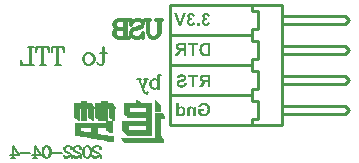
<source format=gbo>
G04*
G04 #@! TF.GenerationSoftware,Altium Limited,Altium Designer,22.3.1 (43)*
G04*
G04 Layer_Color=32896*
%FSTAX25Y25*%
%MOIN*%
G70*
G04*
G04 #@! TF.SameCoordinates,AA438D0C-BAC3-434F-BC1F-4FEAB2FC06D2*
G04*
G04*
G04 #@! TF.FilePolarity,Positive*
G04*
G01*
G75*
%ADD10C,0.01000*%
%ADD16C,0.00787*%
%ADD50C,0.01181*%
%ADD59C,0.00200*%
G36*
X0089489Y002082D02*
X0089594Y0020816D01*
X0089698Y0020803D01*
X0089795Y0020791D01*
X0089882Y0020774D01*
X008997Y0020757D01*
X0090045Y0020737D01*
X0090116Y0020716D01*
X0090179Y0020695D01*
X0090238Y0020674D01*
X0090288Y0020657D01*
X0090325Y002064D01*
X0090359Y0020628D01*
X009038Y0020615D01*
X0090396Y0020611D01*
X0090401Y0020607D01*
X0090497Y0020553D01*
X0090589Y0020494D01*
X0090676Y0020431D01*
X0090756Y0020365D01*
X0090831Y0020298D01*
X0090898Y0020235D01*
X0090957Y0020168D01*
X0091011Y0020105D01*
X0091061Y0020043D01*
X0091103Y0019988D01*
X0091136Y0019938D01*
X0091166Y0019896D01*
X0091191Y0019859D01*
X0091207Y0019834D01*
X0091216Y0019813D01*
X009122Y0019809D01*
X009127Y0019708D01*
X0091312Y0019608D01*
X009135Y0019508D01*
X0091383Y0019403D01*
X0091408Y0019303D01*
X0091433Y0019207D01*
X009145Y001911D01*
X0091466Y0019023D01*
X0091475Y0018935D01*
X0091483Y001886D01*
X0091492Y0018793D01*
X0091496Y0018734D01*
X00915Y0018688D01*
Y0018651D01*
Y001863D01*
Y0018621D01*
X0091496Y0018509D01*
X0091487Y0018396D01*
X0091475Y0018287D01*
X0091462Y0018183D01*
X0091442Y0018082D01*
X0091421Y0017986D01*
X00914Y0017898D01*
X0091375Y0017819D01*
X009135Y0017744D01*
X0091329Y0017677D01*
X0091308Y0017618D01*
X0091287Y0017568D01*
X0091274Y001753D01*
X0091262Y0017501D01*
X0091253Y001748D01*
X0091249Y0017476D01*
X0091199Y001738D01*
X0091145Y0017292D01*
X0091086Y0017209D01*
X0091028Y0017129D01*
X0090965Y0017058D01*
X0090902Y0016991D01*
X0090839Y0016933D01*
X0090781Y0016878D01*
X0090723Y0016832D01*
X0090672Y0016791D01*
X0090622Y0016753D01*
X009058Y0016724D01*
X0090547Y0016703D01*
X0090522Y0016686D01*
X0090505Y0016678D01*
X0090501Y0016674D01*
X0090405Y0016623D01*
X0090304Y0016582D01*
X0090208Y0016544D01*
X0090108Y0016511D01*
X0090008Y0016486D01*
X0089912Y001646D01*
X0089815Y0016444D01*
X0089728Y0016427D01*
X0089644Y0016419D01*
X0089569Y001641D01*
X0089502Y0016402D01*
X0089443Y0016398D01*
X0089398Y0016394D01*
X0089331D01*
X008923Y0016398D01*
X0089134Y0016402D01*
X0088942Y0016423D01*
X0088854Y001644D01*
X0088766Y0016456D01*
X0088687Y0016473D01*
X0088607Y0016494D01*
X0088541Y0016511D01*
X0088478Y0016527D01*
X0088419Y0016544D01*
X0088373Y0016561D01*
X0088336Y0016573D01*
X0088311Y0016582D01*
X008829Y001659D01*
X0088286D01*
X0088189Y0016628D01*
X0088102Y0016669D01*
X0088018Y0016707D01*
X0087943Y0016749D01*
X0087872Y0016786D01*
X0087809Y0016824D01*
X0087751Y0016862D01*
X0087696Y0016899D01*
X008765Y0016929D01*
X0087608Y0016962D01*
X0087575Y0016987D01*
X0087546Y0017008D01*
X0087525Y0017029D01*
X0087508Y0017041D01*
X00875Y001705D01*
X0087496Y0017054D01*
Y0018764D01*
X008936D01*
Y001804D01*
X0088369D01*
Y0017497D01*
X0088444Y0017443D01*
X0088524Y0017392D01*
X0088603Y0017346D01*
X0088678Y0017309D01*
X0088745Y001728D01*
X0088771Y0017267D01*
X0088796Y0017259D01*
X0088816Y001725D01*
X0088829Y0017242D01*
X0088837Y0017238D01*
X0088841D01*
X0088942Y0017204D01*
X0089042Y0017179D01*
X0089134Y0017158D01*
X0089214Y0017146D01*
X0089285Y0017138D01*
X0089314D01*
X0089339Y0017133D01*
X0089385D01*
X0089485Y0017138D01*
X0089581Y001715D01*
X0089669Y0017167D01*
X0089753Y0017192D01*
X0089832Y0017221D01*
X0089907Y0017255D01*
X0089974Y0017288D01*
X0090033Y0017326D01*
X0090087Y0017359D01*
X0090133Y0017392D01*
X0090175Y0017426D01*
X0090208Y0017455D01*
X0090238Y001748D01*
X0090254Y0017497D01*
X0090267Y001751D01*
X0090271Y0017514D01*
X009033Y0017589D01*
X0090384Y0017673D01*
X009043Y001776D01*
X0090468Y0017852D01*
X0090501Y0017948D01*
X0090526Y001804D01*
X0090551Y0018137D01*
X0090568Y0018228D01*
X009058Y0018312D01*
X0090593Y0018396D01*
X0090597Y0018467D01*
X0090605Y001853D01*
Y0018584D01*
X009061Y0018621D01*
Y0018646D01*
Y0018655D01*
X0090605Y0018785D01*
X0090597Y0018906D01*
X009058Y0019018D01*
X009056Y0019123D01*
X0090534Y0019219D01*
X0090505Y0019307D01*
X0090476Y0019386D01*
X0090442Y0019457D01*
X0090413Y001952D01*
X0090384Y0019575D01*
X0090355Y0019621D01*
X009033Y0019658D01*
X0090309Y0019687D01*
X0090292Y0019708D01*
X0090284Y0019721D01*
X0090279Y0019725D01*
X0090213Y0019788D01*
X0090146Y0019842D01*
X009007Y0019892D01*
X0089995Y0019934D01*
X008992Y0019967D01*
X0089845Y0019997D01*
X0089774Y0020022D01*
X0089703Y0020039D01*
X0089636Y0020055D01*
X0089573Y0020064D01*
X0089519Y0020072D01*
X0089468Y002008D01*
X0089431D01*
X0089402Y0020085D01*
X008931D01*
X0089243Y0020076D01*
X0089122Y0020055D01*
X0089017Y0020026D01*
X0088967Y0020009D01*
X0088925Y0019993D01*
X0088888Y0019976D01*
X0088854Y0019959D01*
X0088825Y0019942D01*
X00888Y001993D01*
X0088779Y0019917D01*
X0088766Y0019909D01*
X0088758Y0019905D01*
X0088754Y00199D01*
X0088666Y0019825D01*
X0088595Y0019746D01*
X0088536Y0019662D01*
X0088486Y0019583D01*
X0088453Y0019512D01*
X008844Y0019482D01*
X0088428Y0019453D01*
X0088419Y0019432D01*
X0088415Y0019416D01*
X0088411Y0019407D01*
Y0019403D01*
X008755Y0019562D01*
X0087579Y0019671D01*
X0087613Y0019771D01*
X008765Y0019867D01*
X0087696Y0019955D01*
X0087742Y0020039D01*
X0087792Y0020114D01*
X0087838Y0020181D01*
X0087888Y0020243D01*
X0087934Y0020302D01*
X008798Y0020348D01*
X0088022Y002039D01*
X008806Y0020423D01*
X0088089Y0020452D01*
X008811Y0020469D01*
X0088127Y0020482D01*
X0088131Y0020486D01*
X0088219Y0020544D01*
X0088311Y0020599D01*
X0088411Y0020645D01*
X0088516Y0020682D01*
X0088616Y0020716D01*
X008872Y0020741D01*
X0088825Y0020766D01*
X0088921Y0020783D01*
X0089013Y0020795D01*
X0089101Y0020808D01*
X0089176Y0020816D01*
X0089243Y002082D01*
X0089301D01*
X0089343Y0020824D01*
X0089376D01*
X0089489Y002082D01*
D02*
G37*
G36*
X0085034Y0019633D02*
X0085142Y0019616D01*
X0085247Y0019587D01*
X0085343Y0019554D01*
X0085431Y0019516D01*
X0085518Y001947D01*
X0085594Y0019424D01*
X0085665Y0019374D01*
X0085727Y0019324D01*
X0085782Y0019278D01*
X0085832Y0019232D01*
X0085869Y0019194D01*
X0085903Y0019161D01*
X0085928Y0019131D01*
X0085941Y0019115D01*
X0085945Y001911D01*
Y001957D01*
X008671D01*
Y0016465D01*
X008589D01*
Y0017869D01*
Y0017961D01*
X0085886Y0018049D01*
Y0018128D01*
X0085882Y0018199D01*
X0085874Y0018262D01*
X0085869Y001832D01*
X0085865Y0018375D01*
X0085857Y0018421D01*
X0085853Y0018458D01*
X0085849Y0018492D01*
X008584Y0018521D01*
X0085836Y0018542D01*
X0085832Y0018559D01*
Y0018571D01*
X0085828Y0018575D01*
Y001858D01*
X0085799Y0018651D01*
X0085765Y0018713D01*
X0085727Y0018764D01*
X0085686Y001881D01*
X0085652Y0018847D01*
X0085623Y0018872D01*
X0085602Y0018889D01*
X0085594Y0018893D01*
X0085527Y0018931D01*
X008546Y001896D01*
X0085397Y0018981D01*
X0085339Y0018998D01*
X0085284Y0019006D01*
X0085247Y001901D01*
X0085209D01*
X0085151Y0019006D01*
X0085092Y0018998D01*
X0085046Y0018985D01*
X0085004Y0018968D01*
X0084971Y0018952D01*
X0084946Y0018939D01*
X0084929Y0018931D01*
X0084925Y0018927D01*
X0084883Y0018893D01*
X0084845Y0018856D01*
X0084816Y0018818D01*
X0084791Y001878D01*
X0084774Y0018747D01*
X0084758Y0018722D01*
X0084754Y0018705D01*
X0084749Y0018697D01*
X0084741Y0018667D01*
X0084733Y0018626D01*
X0084724Y0018584D01*
X0084716Y0018534D01*
X0084707Y0018425D01*
X0084703Y0018316D01*
X0084699Y0018262D01*
Y0018212D01*
X0084695Y0018166D01*
Y0018124D01*
Y0018091D01*
Y0018066D01*
Y0018049D01*
Y0018045D01*
Y0016465D01*
X0083876D01*
Y0018392D01*
Y0018517D01*
X0083884Y001863D01*
X0083888Y0018726D01*
X0083892Y0018764D01*
X0083897Y0018801D01*
X0083901Y0018835D01*
X0083905Y0018864D01*
X0083909Y0018889D01*
X0083913Y001891D01*
X0083917Y0018922D01*
Y0018935D01*
X0083922Y0018939D01*
Y0018943D01*
X0083943Y0019014D01*
X0083968Y0019077D01*
X0083993Y0019136D01*
X0084022Y0019186D01*
X0084047Y0019228D01*
X0084064Y0019261D01*
X008408Y0019278D01*
X0084085Y0019286D01*
X0084135Y001934D01*
X0084189Y0019391D01*
X0084244Y0019432D01*
X0084298Y001947D01*
X0084348Y0019499D01*
X008439Y001952D01*
X0084407Y0019529D01*
X0084419Y0019533D01*
X0084423Y0019537D01*
X0084427D01*
X0084511Y001957D01*
X0084599Y0019595D01*
X0084682Y0019612D01*
X0084758Y0019625D01*
X0084825Y0019633D01*
X008485D01*
X0084875Y0019637D01*
X0084921D01*
X0085034Y0019633D01*
D02*
G37*
G36*
X0081016Y0019203D02*
X0081088Y0019278D01*
X0081163Y0019345D01*
X0081242Y0019403D01*
X0081318Y0019453D01*
X0081393Y0019495D01*
X0081468Y0019533D01*
X0081543Y0019562D01*
X008161Y0019583D01*
X0081677Y00196D01*
X0081735Y0019616D01*
X0081786Y0019625D01*
X0081832Y0019629D01*
X0081869Y0019633D01*
X0081894Y0019637D01*
X0081919D01*
X0082024Y0019633D01*
X0082124Y0019621D01*
X0082216Y00196D01*
X0082304Y0019575D01*
X0082388Y0019541D01*
X0082467Y0019508D01*
X0082538Y001947D01*
X0082601Y0019432D01*
X0082659Y0019391D01*
X0082714Y0019353D01*
X0082755Y001932D01*
X0082793Y001929D01*
X0082822Y0019261D01*
X0082843Y001924D01*
X0082856Y0019228D01*
X008286Y0019223D01*
X0082923Y0019144D01*
X0082981Y0019056D01*
X0083031Y001896D01*
X0083073Y0018864D01*
X0083107Y0018764D01*
X0083136Y0018663D01*
X0083161Y0018567D01*
X0083182Y0018471D01*
X0083198Y0018379D01*
X0083207Y0018295D01*
X0083215Y001822D01*
X0083224Y0018153D01*
Y0018099D01*
X0083228Y0018057D01*
Y0018045D01*
Y0018032D01*
Y0018028D01*
Y0018024D01*
X0083224Y0017882D01*
X0083211Y0017752D01*
X0083194Y0017627D01*
X0083169Y0017514D01*
X008314Y0017405D01*
X0083107Y0017305D01*
X0083073Y0017217D01*
X0083035Y0017138D01*
X0083002Y0017062D01*
X0082969Y0017D01*
X0082935Y0016949D01*
X0082906Y0016904D01*
X0082881Y001687D01*
X0082864Y0016845D01*
X0082852Y0016828D01*
X0082847Y0016824D01*
X0082776Y0016749D01*
X0082697Y0016682D01*
X0082622Y0016623D01*
X0082542Y0016573D01*
X0082467Y0016536D01*
X0082392Y0016498D01*
X0082316Y0016469D01*
X0082245Y0016448D01*
X0082183Y0016431D01*
X008212Y0016414D01*
X0082066Y0016406D01*
X008202Y0016402D01*
X0081982Y0016398D01*
X0081957Y0016394D01*
X0081932D01*
X0081836Y0016398D01*
X008174Y0016414D01*
X0081652Y0016435D01*
X0081577Y001646D01*
X008151Y0016481D01*
X008148Y0016494D01*
X008146Y0016502D01*
X0081439Y0016511D01*
X0081426Y0016519D01*
X0081418Y0016523D01*
X0081414D01*
X0081322Y0016577D01*
X0081234Y001664D01*
X0081159Y0016707D01*
X0081092Y001677D01*
X0081037Y0016828D01*
X0080996Y0016878D01*
X0080983Y0016895D01*
X0080971Y0016908D01*
X0080966Y0016916D01*
X0080962Y001692D01*
Y0016465D01*
X0080197D01*
Y0020749D01*
X0081016D01*
Y0019203D01*
D02*
G37*
G36*
X00915Y0025965D02*
X0090635D01*
Y0027754D01*
X0090359D01*
X0090267Y0027745D01*
X0090192Y0027737D01*
X0090129Y0027729D01*
X0090083Y002772D01*
X0090049Y0027712D01*
X0090033Y0027708D01*
X0090025Y0027703D01*
X0089974Y0027683D01*
X0089924Y0027653D01*
X0089882Y0027624D01*
X0089845Y0027595D01*
X0089811Y0027566D01*
X0089786Y0027545D01*
X008977Y0027528D01*
X0089765Y0027524D01*
X008974Y0027494D01*
X0089711Y0027461D01*
X0089678Y0027419D01*
X0089644Y0027373D01*
X0089569Y0027269D01*
X0089494Y002716D01*
X0089423Y002706D01*
X0089389Y0027018D01*
X0089364Y0026976D01*
X0089343Y0026943D01*
X0089322Y0026918D01*
X0089314Y0026901D01*
X008931Y0026897D01*
X0088687Y0025965D01*
X008765D01*
X0088177Y0026801D01*
X0088231Y0026893D01*
X0088286Y0026972D01*
X0088336Y0027051D01*
X0088386Y0027118D01*
X0088428Y0027181D01*
X0088469Y002724D01*
X0088507Y002729D01*
X0088541Y0027336D01*
X008857Y0027373D01*
X0088595Y0027407D01*
X008862Y0027432D01*
X0088637Y0027457D01*
X0088649Y0027474D01*
X0088662Y0027486D01*
X0088666Y002749D01*
X008867Y0027494D01*
X0088741Y0027566D01*
X0088816Y0027632D01*
X0088896Y0027695D01*
X0088967Y0027749D01*
X0089034Y0027791D01*
X0089059Y0027812D01*
X0089084Y0027825D01*
X0089105Y0027837D01*
X0089117Y0027846D01*
X0089126Y0027854D01*
X008913D01*
X0089025Y0027871D01*
X0088929Y0027896D01*
X0088841Y0027921D01*
X0088758Y002795D01*
X0088683Y0027983D01*
X0088612Y0028017D01*
X0088549Y002805D01*
X0088495Y0028084D01*
X0088444Y0028117D01*
X0088403Y0028146D01*
X0088365Y0028176D01*
X0088336Y0028201D01*
X0088311Y0028222D01*
X0088294Y0028238D01*
X0088286Y0028247D01*
X0088281Y0028251D01*
X0088231Y0028314D01*
X0088189Y0028376D01*
X0088148Y0028439D01*
X0088118Y0028506D01*
X0088089Y0028573D01*
X0088068Y002864D01*
X0088031Y0028765D01*
X0088022Y0028824D01*
X0088014Y0028878D01*
X0088006Y0028924D01*
X0088001Y0028966D01*
X0087997Y0028999D01*
Y0029024D01*
Y0029041D01*
Y0029045D01*
Y0029116D01*
X0088006Y0029183D01*
X0088026Y0029313D01*
X0088056Y0029426D01*
X0088072Y0029476D01*
X0088089Y0029526D01*
X008811Y0029568D01*
X0088127Y0029605D01*
X0088143Y0029639D01*
X0088156Y0029668D01*
X0088169Y0029689D01*
X0088177Y0029706D01*
X0088181Y0029714D01*
X0088185Y0029718D01*
X0088223Y0029773D01*
X0088261Y0029823D01*
X0088344Y0029906D01*
X0088428Y0029981D01*
X0088507Y0030036D01*
X0088578Y0030078D01*
X0088607Y0030094D01*
X0088637Y0030111D01*
X0088658Y0030119D01*
X0088674Y0030128D01*
X0088683Y0030132D01*
X0088687D01*
X0088749Y0030153D01*
X0088816Y003017D01*
X0088892Y0030186D01*
X0088971Y0030199D01*
X0089138Y003022D01*
X0089301Y0030237D01*
X0089376Y0030241D01*
X0089448Y0030245D01*
X0089514D01*
X0089569Y0030249D01*
X00915D01*
Y0025965D01*
D02*
G37*
G36*
X0087483Y0029526D02*
X0086212D01*
Y0025965D01*
X0085347D01*
Y0029526D01*
X008408D01*
Y0030249D01*
X0087483D01*
Y0029526D01*
D02*
G37*
G36*
X0082204Y0030316D02*
X0082287Y0030312D01*
X0082367Y0030299D01*
X0082442Y0030291D01*
X0082509Y0030278D01*
X0082576Y0030262D01*
X0082634Y0030249D01*
X0082688Y0030237D01*
X0082735Y003022D01*
X0082776Y0030207D01*
X008281Y0030199D01*
X0082835Y0030186D01*
X0082856Y0030182D01*
X0082868Y0030174D01*
X0082872D01*
X0082994Y0030111D01*
X0083102Y0030044D01*
X0083194Y0029969D01*
X008327Y0029902D01*
X0083328Y0029835D01*
X0083349Y002981D01*
X008337Y0029785D01*
X0083382Y0029768D01*
X0083395Y0029752D01*
X0083399Y0029743D01*
X0083403Y0029739D01*
X0083437Y0029685D01*
X0083462Y002963D01*
X0083508Y0029522D01*
X0083541Y0029421D01*
X0083562Y0029325D01*
X008357Y0029283D01*
X0083579Y0029246D01*
X0083583Y0029208D01*
Y0029179D01*
X0083587Y0029158D01*
Y0029141D01*
Y0029129D01*
Y0029125D01*
X0083583Y0029033D01*
X008357Y0028941D01*
X008355Y0028857D01*
X0083525Y0028773D01*
X0083495Y0028698D01*
X0083462Y0028627D01*
X0083428Y0028565D01*
X0083391Y0028502D01*
X0083353Y0028447D01*
X008332Y0028401D01*
X0083286Y002836D01*
X0083257Y0028326D01*
X0083232Y0028301D01*
X0083211Y002828D01*
X0083198Y0028268D01*
X0083194Y0028264D01*
X0083136Y0028218D01*
X0083073Y0028172D01*
X0083002Y002813D01*
X0082923Y0028088D01*
X0082764Y0028017D01*
X0082601Y0027954D01*
X0082525Y0027929D01*
X0082455Y0027904D01*
X0082392Y0027883D01*
X0082333Y0027867D01*
X0082287Y0027854D01*
X008225Y0027846D01*
X0082229Y0027841D01*
X008222Y0027837D01*
X0082124Y0027812D01*
X0082037Y0027791D01*
X0081957Y002777D01*
X0081886Y0027749D01*
X0081819Y0027733D01*
X0081765Y0027716D01*
X0081715Y0027703D01*
X0081673Y0027691D01*
X0081635Y0027683D01*
X0081602Y0027674D01*
X0081577Y0027666D01*
X008156Y0027657D01*
X0081543Y0027653D01*
X0081535D01*
X0081526Y0027649D01*
X0081451Y002762D01*
X0081384Y0027586D01*
X008133Y0027553D01*
X0081288Y0027524D01*
X0081255Y0027499D01*
X0081234Y0027478D01*
X0081221Y0027465D01*
X0081217Y0027461D01*
X0081188Y0027419D01*
X0081163Y0027377D01*
X0081146Y0027336D01*
X0081138Y0027294D01*
X0081129Y002726D01*
X0081125Y0027231D01*
Y0027214D01*
Y0027206D01*
X0081129Y0027164D01*
X0081134Y0027118D01*
X0081159Y0027043D01*
X0081192Y0026972D01*
X008123Y0026909D01*
X0081271Y0026859D01*
X0081305Y0026822D01*
X008133Y0026801D01*
X0081334Y0026796D01*
X0081338Y0026792D01*
X008138Y0026763D01*
X0081426Y0026734D01*
X0081526Y0026692D01*
X0081631Y0026658D01*
X0081735Y0026638D01*
X0081782Y0026633D01*
X0081827Y0026625D01*
X0081865Y0026621D01*
X0081903D01*
X0081928Y0026617D01*
X008197D01*
X0082041Y0026621D01*
X0082108Y0026625D01*
X0082233Y0026646D01*
X0082287Y0026663D01*
X0082342Y0026679D01*
X0082388Y0026696D01*
X0082429Y0026717D01*
X0082467Y0026734D01*
X00825Y002675D01*
X008253Y0026767D01*
X0082555Y0026784D01*
X0082572Y0026796D01*
X0082584Y0026805D01*
X0082592Y0026813D01*
X0082597D01*
X0082638Y0026851D01*
X0082676Y0026897D01*
X0082743Y0026993D01*
X0082793Y0027097D01*
X0082835Y0027198D01*
X0082852Y0027248D01*
X0082864Y002729D01*
X0082877Y0027331D01*
X0082885Y0027365D01*
X0082893Y0027394D01*
X0082898Y0027419D01*
X0082902Y0027432D01*
Y0027436D01*
X0083742Y0027352D01*
X0083721Y0027223D01*
X0083696Y0027097D01*
X0083662Y0026985D01*
X0083625Y002688D01*
X0083583Y002678D01*
X0083541Y0026692D01*
X0083495Y0026608D01*
X0083449Y0026537D01*
X0083407Y002647D01*
X0083366Y0026416D01*
X0083328Y0026366D01*
X0083295Y0026328D01*
X0083265Y0026295D01*
X008324Y0026274D01*
X0083228Y0026261D01*
X0083224Y0026257D01*
X0083136Y002619D01*
X0083044Y0026136D01*
X0082948Y0026086D01*
X0082847Y0026044D01*
X0082743Y0026006D01*
X0082638Y0025977D01*
X0082538Y0025952D01*
X0082438Y0025931D01*
X0082346Y0025914D01*
X0082258Y0025906D01*
X0082179Y0025898D01*
X0082112Y0025889D01*
X0082057D01*
X0082016Y0025885D01*
X0081874D01*
X0081777Y0025894D01*
X0081685Y0025898D01*
X0081598Y002591D01*
X0081514Y0025923D01*
X0081439Y0025935D01*
X0081368Y0025948D01*
X0081301Y0025965D01*
X0081242Y0025977D01*
X0081192Y002599D01*
X008115Y0026002D01*
X0081113Y0026015D01*
X0081083Y0026027D01*
X0081063Y0026032D01*
X008105Y002604D01*
X0081046D01*
X0080912Y0026107D01*
X0080853Y002614D01*
X0080795Y0026178D01*
X0080745Y0026219D01*
X0080695Y0026257D01*
X0080653Y0026299D01*
X0080615Y0026337D01*
X0080578Y0026374D01*
X0080548Y0026408D01*
X0080523Y0026437D01*
X0080502Y0026462D01*
X0080486Y0026487D01*
X0080473Y0026504D01*
X0080469Y0026512D01*
X0080465Y0026516D01*
X0080427Y0026579D01*
X0080398Y0026642D01*
X0080369Y00267D01*
X0080348Y0026763D01*
X008031Y002688D01*
X0080285Y0026985D01*
X0080277Y0027035D01*
X0080273Y0027076D01*
X0080264Y0027114D01*
Y0027147D01*
X008026Y0027173D01*
Y0027193D01*
Y0027206D01*
Y002721D01*
X0080268Y0027356D01*
X0080285Y0027486D01*
X0080298Y0027549D01*
X0080314Y0027603D01*
X0080331Y0027657D01*
X0080344Y0027703D01*
X008036Y0027745D01*
X0080377Y0027783D01*
X0080389Y0027816D01*
X0080406Y0027841D01*
X0080415Y0027862D01*
X0080423Y0027879D01*
X0080431Y0027887D01*
Y0027892D01*
X0080502Y0027992D01*
X0080578Y002808D01*
X0080657Y0028155D01*
X0080732Y0028218D01*
X0080803Y0028264D01*
X0080833Y0028284D01*
X0080858Y0028301D01*
X0080879Y0028314D01*
X0080895Y0028322D01*
X0080904Y002833D01*
X0080908D01*
X0080966Y002836D01*
X0081033Y0028389D01*
X0081104Y0028418D01*
X008118Y0028447D01*
X0081334Y0028498D01*
X0081485Y0028544D01*
X008156Y0028565D01*
X0081623Y0028585D01*
X0081685Y0028602D01*
X0081735Y0028615D01*
X0081782Y0028623D01*
X0081811Y0028631D01*
X0081832Y002864D01*
X008184D01*
X0081953Y0028669D01*
X0082053Y0028694D01*
X0082149Y0028723D01*
X0082229Y0028749D01*
X0082304Y0028773D01*
X0082367Y0028799D01*
X0082425Y002882D01*
X0082475Y002884D01*
X0082513Y0028861D01*
X0082551Y0028878D01*
X0082576Y0028891D01*
X0082601Y0028903D01*
X0082613Y0028916D01*
X0082626Y0028924D01*
X008263Y0028928D01*
X0082634D01*
X0082676Y002897D01*
X0082705Y0029012D01*
X008273Y0029058D01*
X0082743Y0029095D01*
X0082751Y0029133D01*
X0082755Y0029162D01*
X008276Y0029179D01*
Y0029187D01*
X0082755Y0029246D01*
X0082739Y00293D01*
X0082718Y0029346D01*
X0082693Y0029384D01*
X0082668Y0029413D01*
X0082647Y0029434D01*
X008263Y0029447D01*
X0082626Y0029451D01*
X0082538Y0029505D01*
X0082442Y0029543D01*
X0082346Y0029572D01*
X008225Y0029589D01*
X0082162Y0029601D01*
X0082128Y0029605D01*
X0082095D01*
X008207Y002961D01*
X0081965D01*
X0081903Y0029605D01*
X0081848Y0029597D01*
X0081794Y0029589D01*
X0081744Y0029576D01*
X0081702Y0029564D01*
X008166Y0029551D01*
X0081623Y0029539D01*
X0081593Y0029522D01*
X0081564Y0029509D01*
X0081543Y0029497D01*
X0081522Y0029488D01*
X008151Y0029476D01*
X0081497Y0029472D01*
X0081489Y0029463D01*
X0081455Y0029434D01*
X0081426Y0029401D01*
X0081372Y0029329D01*
X008133Y002925D01*
X0081297Y0029171D01*
X0081276Y0029104D01*
X0081267Y002907D01*
X0081259Y0029045D01*
X0081255Y002902D01*
X0081251Y0029003D01*
X0081247Y0028995D01*
Y0028991D01*
X0080381Y0029028D01*
X0080389Y0029137D01*
X0080406Y0029237D01*
X0080427Y0029334D01*
X0080456Y0029426D01*
X008049Y0029509D01*
X0080528Y0029584D01*
X0080565Y0029656D01*
X0080603Y0029718D01*
X0080645Y0029777D01*
X0080682Y0029827D01*
X0080716Y0029869D01*
X0080749Y0029906D01*
X0080774Y0029931D01*
X0080795Y0029952D01*
X0080808Y0029965D01*
X0080812Y0029969D01*
X0080891Y0030032D01*
X0080979Y0030086D01*
X0081075Y0030132D01*
X0081171Y0030174D01*
X0081271Y0030207D01*
X0081372Y0030237D01*
X0081472Y0030262D01*
X0081568Y0030278D01*
X008166Y0030295D01*
X0081748Y0030308D01*
X0081823Y0030312D01*
X008189Y003032D01*
X0081949D01*
X0081986Y0030324D01*
X0082024D01*
X0082204Y0030316D01*
D02*
G37*
G36*
X00915Y0036465D02*
X0089786D01*
X0089703Y0036469D01*
X0089623Y0036473D01*
X0089552Y0036477D01*
X0089481Y0036485D01*
X0089418Y0036494D01*
X008936Y0036502D01*
X008931Y0036511D01*
X0089264Y0036515D01*
X0089222Y0036523D01*
X0089184Y0036531D01*
X0089159Y003654D01*
X0089134Y0036544D01*
X0089117Y0036548D01*
X0089109Y0036552D01*
X0089105D01*
X0088971Y0036603D01*
X008885Y0036661D01*
X0088796Y0036686D01*
X0088745Y0036715D01*
X0088699Y0036745D01*
X0088658Y003677D01*
X0088624Y0036795D01*
X0088591Y003682D01*
X0088561Y0036841D01*
X0088541Y0036858D01*
X0088524Y0036874D01*
X0088507Y0036887D01*
X0088503Y0036891D01*
X0088499Y0036895D01*
X0088444Y003695D01*
X0088394Y0037012D01*
X0088298Y0037133D01*
X0088223Y0037263D01*
X0088156Y003738D01*
X0088127Y0037438D01*
X0088106Y0037489D01*
X0088085Y0037535D01*
X0088068Y0037572D01*
X0088056Y0037606D01*
X0088047Y0037631D01*
X0088039Y0037648D01*
Y0037652D01*
X0087993Y0037802D01*
X0087959Y0037957D01*
X0087939Y0038107D01*
X008793Y0038183D01*
X0087922Y0038254D01*
X0087918Y0038316D01*
X0087914Y0038375D01*
X0087909Y0038429D01*
X0087905Y0038475D01*
Y0038513D01*
Y0038538D01*
Y0038559D01*
Y0038563D01*
Y0038672D01*
X0087909Y003878D01*
X0087918Y0038881D01*
X0087926Y0038977D01*
X0087939Y0039064D01*
X0087951Y0039148D01*
X0087964Y0039223D01*
X0087976Y0039294D01*
X0087989Y0039357D01*
X0088001Y0039412D01*
X0088014Y0039462D01*
X0088026Y0039499D01*
X0088035Y0039533D01*
X0088043Y0039558D01*
X0088047Y003957D01*
Y0039575D01*
X0088106Y0039725D01*
X0088173Y0039859D01*
X0088206Y0039917D01*
X008824Y0039976D01*
X0088273Y004003D01*
X0088306Y0040076D01*
X0088336Y0040118D01*
X0088365Y004016D01*
X008839Y0040189D01*
X0088411Y0040218D01*
X0088432Y0040239D01*
X0088444Y0040256D01*
X0088453Y0040264D01*
X0088457Y0040268D01*
X0088561Y0040369D01*
X008867Y0040452D01*
X0088779Y0040519D01*
X0088879Y0040573D01*
X0088929Y0040594D01*
X0088971Y0040615D01*
X0089009Y0040632D01*
X0089042Y0040645D01*
X0089067Y0040653D01*
X0089088Y0040661D01*
X0089101Y0040666D01*
X0089105D01*
X0089159Y0040682D01*
X0089222Y0040695D01*
X0089351Y0040716D01*
X0089485Y0040728D01*
X0089619Y0040741D01*
X0089678D01*
X0089736Y0040745D01*
X0089786D01*
X0089832Y0040749D01*
X00915D01*
Y0036465D01*
D02*
G37*
G36*
X0087475Y0040026D02*
X0086204D01*
Y0036465D01*
X0085339D01*
Y0040026D01*
X0084072D01*
Y0040749D01*
X0087475D01*
Y0040026D01*
D02*
G37*
G36*
X0083512Y0036465D02*
X0082647D01*
Y0038254D01*
X0082371D01*
X0082279Y0038245D01*
X0082204Y0038237D01*
X0082141Y0038228D01*
X0082095Y003822D01*
X0082061Y0038212D01*
X0082045Y0038208D01*
X0082037Y0038203D01*
X0081986Y0038183D01*
X0081936Y0038153D01*
X0081894Y0038124D01*
X0081857Y0038095D01*
X0081823Y0038065D01*
X0081798Y0038045D01*
X0081782Y0038028D01*
X0081777Y0038024D01*
X0081752Y0037995D01*
X0081723Y0037961D01*
X008169Y0037919D01*
X0081656Y0037873D01*
X0081581Y0037769D01*
X0081506Y003766D01*
X0081435Y003756D01*
X0081401Y0037518D01*
X0081376Y0037476D01*
X0081355Y0037443D01*
X0081334Y0037418D01*
X0081326Y0037401D01*
X0081322Y0037397D01*
X0080699Y0036465D01*
X0079662D01*
X0080189Y0037301D01*
X0080243Y0037393D01*
X0080298Y0037472D01*
X0080348Y0037551D01*
X0080398Y0037618D01*
X008044Y0037681D01*
X0080481Y003774D01*
X0080519Y003779D01*
X0080553Y0037836D01*
X0080582Y0037873D01*
X0080607Y0037907D01*
X0080632Y0037932D01*
X0080649Y0037957D01*
X0080661Y0037974D01*
X0080674Y0037986D01*
X0080678Y003799D01*
X0080682Y0037995D01*
X0080753Y0038065D01*
X0080828Y0038132D01*
X0080908Y0038195D01*
X0080979Y0038249D01*
X0081046Y0038291D01*
X0081071Y0038312D01*
X0081096Y0038325D01*
X0081117Y0038337D01*
X0081129Y0038346D01*
X0081138Y0038354D01*
X0081142D01*
X0081037Y0038371D01*
X0080941Y0038396D01*
X0080853Y0038421D01*
X008077Y003845D01*
X0080695Y0038484D01*
X0080624Y0038517D01*
X0080561Y003855D01*
X0080507Y0038584D01*
X0080456Y0038617D01*
X0080415Y0038647D01*
X0080377Y0038676D01*
X0080348Y0038701D01*
X0080323Y0038722D01*
X0080306Y0038739D01*
X0080298Y0038747D01*
X0080293Y0038751D01*
X0080243Y0038814D01*
X0080201Y0038876D01*
X008016Y0038939D01*
X008013Y0039006D01*
X0080101Y0039073D01*
X008008Y003914D01*
X0080043Y0039265D01*
X0080034Y0039324D01*
X0080026Y0039378D01*
X0080018Y0039424D01*
X0080013Y0039466D01*
X0080009Y0039499D01*
Y0039524D01*
Y0039541D01*
Y0039545D01*
Y0039616D01*
X0080018Y0039683D01*
X0080038Y0039813D01*
X0080068Y0039926D01*
X0080084Y0039976D01*
X0080101Y0040026D01*
X0080122Y0040068D01*
X0080139Y0040105D01*
X0080155Y0040139D01*
X0080168Y0040168D01*
X0080181Y0040189D01*
X0080189Y0040206D01*
X0080193Y0040214D01*
X0080197Y0040218D01*
X0080235Y0040273D01*
X0080273Y0040323D01*
X0080356Y0040406D01*
X008044Y0040481D01*
X0080519Y0040536D01*
X008059Y0040578D01*
X0080619Y0040594D01*
X0080649Y0040611D01*
X008067Y004062D01*
X0080686Y0040628D01*
X0080695Y0040632D01*
X0080699D01*
X0080762Y0040653D01*
X0080828Y004067D01*
X0080904Y0040686D01*
X0080983Y0040699D01*
X008115Y004072D01*
X0081313Y0040736D01*
X0081389Y0040741D01*
X008146Y0040745D01*
X0081526D01*
X0081581Y0040749D01*
X0083512D01*
Y0036465D01*
D02*
G37*
G36*
X009025Y0050762D02*
X0090367Y0050745D01*
X0090476Y0050724D01*
X0090568Y0050699D01*
X009061Y0050686D01*
X0090647Y0050674D01*
X0090681Y0050661D01*
X0090706Y0050653D01*
X0090727Y0050645D01*
X0090743Y0050636D01*
X0090752Y0050632D01*
X0090756D01*
X0090856Y0050578D01*
X0090944Y0050519D01*
X0091023Y0050457D01*
X0091086Y0050398D01*
X0091136Y0050344D01*
X0091174Y0050302D01*
X0091186Y0050285D01*
X0091195Y0050277D01*
X0091203Y0050268D01*
Y0050264D01*
X0091258Y0050172D01*
X0091308Y0050068D01*
X0091345Y0049963D01*
X0091379Y0049867D01*
X0091391Y0049821D01*
X0091404Y0049775D01*
X0091416Y0049738D01*
X0091425Y0049704D01*
X0091429Y0049679D01*
X0091433Y0049658D01*
X0091437Y0049646D01*
Y0049641D01*
X0090681Y0049516D01*
X0090664Y0049616D01*
X0090639Y00497D01*
X009061Y0049775D01*
X009058Y0049834D01*
X0090551Y004988D01*
X0090526Y0049917D01*
X0090509Y0049934D01*
X0090501Y0049942D01*
X0090442Y0049992D01*
X009038Y0050026D01*
X0090321Y0050051D01*
X0090263Y0050072D01*
X0090217Y005008D01*
X0090175Y0050084D01*
X009015Y0050089D01*
X0090141D01*
X0090066Y0050084D01*
X0089999Y0050068D01*
X0089941Y0050047D01*
X0089891Y0050026D01*
X0089849Y0050001D01*
X0089824Y004998D01*
X0089803Y0049963D01*
X0089799Y0049959D01*
X0089757Y0049909D01*
X0089723Y004985D01*
X0089703Y0049792D01*
X0089686Y0049738D01*
X0089678Y0049687D01*
X0089669Y004965D01*
Y0049633D01*
Y0049621D01*
Y0049616D01*
Y0049612D01*
X0089678Y0049524D01*
X0089698Y0049445D01*
X0089723Y0049374D01*
X0089757Y0049315D01*
X008979Y0049269D01*
X0089815Y0049236D01*
X0089836Y0049215D01*
X0089845Y0049207D01*
X0089916Y0049156D01*
X0089999Y0049119D01*
X0090083Y0049094D01*
X0090167Y0049077D01*
X0090238Y0049069D01*
X0090271Y0049064D01*
X0090355D01*
X0090442Y0048396D01*
X0090363Y0048417D01*
X0090292Y0048433D01*
X0090229Y0048442D01*
X0090175Y004845D01*
X0090129Y0048454D01*
X00901Y0048458D01*
X0090025D01*
X0089983Y004845D01*
X0089907Y0048429D01*
X0089836Y00484D01*
X0089778Y0048366D01*
X0089732Y0048333D01*
X0089694Y0048304D01*
X0089673Y0048283D01*
X0089665Y0048279D01*
Y0048274D01*
X0089611Y0048203D01*
X0089569Y0048124D01*
X008954Y004804D01*
X0089519Y0047961D01*
X0089506Y0047894D01*
X0089502Y0047865D01*
Y0047836D01*
X0089498Y0047815D01*
Y0047798D01*
Y004779D01*
Y0047785D01*
X0089506Y0047668D01*
X0089527Y0047568D01*
X0089552Y004748D01*
X0089586Y0047405D01*
X0089619Y0047347D01*
X0089644Y0047301D01*
X0089657Y0047288D01*
X0089665Y0047276D01*
X0089669Y0047271D01*
X0089673Y0047267D01*
X0089707Y0047234D01*
X008974Y0047204D01*
X0089815Y0047154D01*
X0089886Y0047121D01*
X0089953Y00471D01*
X0090012Y0047083D01*
X0090058Y0047079D01*
X0090075Y0047075D01*
X00901D01*
X0090188Y0047083D01*
X0090263Y00471D01*
X0090334Y0047125D01*
X0090392Y0047154D01*
X0090438Y0047183D01*
X0090476Y0047209D01*
X0090497Y0047225D01*
X0090505Y0047234D01*
X009056Y0047301D01*
X0090605Y0047376D01*
X0090639Y0047455D01*
X0090668Y004753D01*
X0090685Y0047597D01*
X0090693Y0047627D01*
X0090697Y0047652D01*
X0090702Y0047673D01*
X0090706Y0047689D01*
Y0047698D01*
Y0047702D01*
X00915Y0047602D01*
X0091483Y0047501D01*
X0091462Y0047409D01*
X0091437Y0047322D01*
X0091408Y0047238D01*
X009137Y0047158D01*
X0091337Y0047087D01*
X0091295Y0047021D01*
X0091258Y0046962D01*
X009122Y0046908D01*
X0091182Y0046862D01*
X0091153Y0046824D01*
X009112Y0046791D01*
X0091094Y0046761D01*
X0091078Y0046745D01*
X0091065Y0046732D01*
X0091061Y0046728D01*
X0090986Y0046669D01*
X0090911Y0046619D01*
X0090827Y0046573D01*
X0090748Y0046536D01*
X0090668Y0046502D01*
X0090585Y0046477D01*
X0090509Y0046452D01*
X0090434Y0046435D01*
X0090363Y0046423D01*
X00903Y004641D01*
X0090242Y0046402D01*
X0090192Y0046398D01*
X009015D01*
X0090121Y0046393D01*
X0090096D01*
X0089983Y0046398D01*
X0089874Y004641D01*
X0089774Y0046431D01*
X0089678Y0046456D01*
X0089586Y0046485D01*
X0089502Y0046519D01*
X0089423Y0046556D01*
X0089351Y0046594D01*
X0089289Y0046628D01*
X0089234Y0046665D01*
X0089184Y0046699D01*
X0089147Y0046728D01*
X0089113Y0046753D01*
X0089088Y0046774D01*
X0089076Y0046786D01*
X0089071Y0046791D01*
X0089Y0046866D01*
X0088933Y0046945D01*
X0088879Y0047025D01*
X0088833Y0047108D01*
X0088791Y0047188D01*
X0088758Y0047267D01*
X0088733Y0047347D01*
X0088708Y0047418D01*
X0088691Y0047489D01*
X0088678Y0047551D01*
X008867Y0047606D01*
X0088666Y0047656D01*
X0088662Y0047693D01*
X0088658Y0047723D01*
Y0047744D01*
Y0047748D01*
X0088662Y0047819D01*
X0088666Y004789D01*
X0088691Y0048015D01*
X0088729Y0048128D01*
X0088749Y0048178D01*
X0088766Y0048224D01*
X0088787Y0048266D01*
X0088808Y0048304D01*
X0088829Y0048337D01*
X0088846Y0048362D01*
X0088858Y0048383D01*
X0088871Y00484D01*
X0088875Y0048408D01*
X0088879Y0048412D01*
X0088921Y0048463D01*
X0088967Y0048509D01*
X0089013Y0048546D01*
X0089063Y0048584D01*
X0089159Y0048647D01*
X0089251Y0048693D01*
X0089335Y0048726D01*
X0089372Y0048739D01*
X0089402Y0048747D01*
X0089431Y0048755D01*
X0089448Y0048759D01*
X008946Y0048764D01*
X0089464D01*
X0089356Y0048831D01*
X0089259Y0048902D01*
X0089176Y0048973D01*
X0089105Y0049048D01*
X0089046Y0049123D01*
X0088996Y0049198D01*
X0088954Y0049273D01*
X0088921Y004934D01*
X0088896Y0049407D01*
X0088879Y004947D01*
X0088862Y0049524D01*
X0088854Y0049575D01*
X008885Y0049612D01*
X0088846Y0049641D01*
Y0049658D01*
Y0049666D01*
X008885Y0049742D01*
X0088858Y0049813D01*
X0088875Y004988D01*
X0088892Y0049946D01*
X0088942Y0050068D01*
X0088967Y0050122D01*
X0088996Y0050172D01*
X0089025Y0050218D01*
X0089051Y0050256D01*
X0089076Y0050293D01*
X0089101Y0050323D01*
X0089117Y0050344D01*
X0089134Y0050365D01*
X0089143Y0050373D01*
X0089147Y0050377D01*
X0089218Y0050444D01*
X0089293Y0050507D01*
X0089372Y0050557D01*
X0089452Y0050603D01*
X0089535Y005064D01*
X0089615Y005067D01*
X0089694Y0050695D01*
X008977Y0050716D01*
X0089845Y0050732D01*
X0089907Y0050745D01*
X008997Y0050753D01*
X009002Y0050762D01*
X0090062D01*
X0090096Y0050766D01*
X0090121D01*
X009025Y0050762D01*
D02*
G37*
G36*
X0085259D02*
X0085376Y0050745D01*
X0085485Y0050724D01*
X0085577Y0050699D01*
X0085619Y0050686D01*
X0085656Y0050674D01*
X008569Y0050661D01*
X0085715Y0050653D01*
X0085736Y0050645D01*
X0085752Y0050636D01*
X0085761Y0050632D01*
X0085765D01*
X0085865Y0050578D01*
X0085953Y0050519D01*
X0086033Y0050457D01*
X0086095Y0050398D01*
X0086145Y0050344D01*
X0086183Y0050302D01*
X0086196Y0050285D01*
X0086204Y0050277D01*
X0086212Y0050268D01*
Y0050264D01*
X0086267Y0050172D01*
X0086317Y0050068D01*
X0086354Y0049963D01*
X0086388Y0049867D01*
X00864Y0049821D01*
X0086413Y0049775D01*
X0086426Y0049738D01*
X0086434Y0049704D01*
X0086438Y0049679D01*
X0086442Y0049658D01*
X0086446Y0049646D01*
Y0049641D01*
X008569Y0049516D01*
X0085673Y0049616D01*
X0085648Y00497D01*
X0085619Y0049775D01*
X0085589Y0049834D01*
X008556Y004988D01*
X0085535Y0049917D01*
X0085518Y0049934D01*
X008551Y0049942D01*
X0085452Y0049992D01*
X0085389Y0050026D01*
X008533Y0050051D01*
X0085272Y0050072D01*
X0085226Y005008D01*
X0085184Y0050084D01*
X0085159Y0050089D01*
X0085151D01*
X0085075Y0050084D01*
X0085009Y0050068D01*
X008495Y0050047D01*
X00849Y0050026D01*
X0084858Y0050001D01*
X0084833Y004998D01*
X0084812Y0049963D01*
X0084808Y0049959D01*
X0084766Y0049909D01*
X0084733Y004985D01*
X0084712Y0049792D01*
X0084695Y0049738D01*
X0084687Y0049687D01*
X0084678Y004965D01*
Y0049633D01*
Y0049621D01*
Y0049616D01*
Y0049612D01*
X0084687Y0049524D01*
X0084707Y0049445D01*
X0084733Y0049374D01*
X0084766Y0049315D01*
X0084799Y0049269D01*
X0084825Y0049236D01*
X0084845Y0049215D01*
X0084854Y0049207D01*
X0084925Y0049156D01*
X0085009Y0049119D01*
X0085092Y0049094D01*
X0085176Y0049077D01*
X0085247Y0049069D01*
X008528Y0049064D01*
X0085364D01*
X0085452Y0048396D01*
X0085372Y0048417D01*
X0085301Y0048433D01*
X0085238Y0048442D01*
X0085184Y004845D01*
X0085138Y0048454D01*
X0085109Y0048458D01*
X0085034D01*
X0084992Y004845D01*
X0084917Y0048429D01*
X0084845Y00484D01*
X0084787Y0048366D01*
X0084741Y0048333D01*
X0084703Y0048304D01*
X0084682Y0048283D01*
X0084674Y0048279D01*
Y0048274D01*
X008462Y0048203D01*
X0084578Y0048124D01*
X0084549Y004804D01*
X0084528Y0047961D01*
X0084515Y0047894D01*
X0084511Y0047865D01*
Y0047836D01*
X0084507Y0047815D01*
Y0047798D01*
Y004779D01*
Y0047785D01*
X0084515Y0047668D01*
X0084536Y0047568D01*
X0084561Y004748D01*
X0084595Y0047405D01*
X0084628Y0047347D01*
X0084653Y0047301D01*
X0084666Y0047288D01*
X0084674Y0047276D01*
X0084678Y0047271D01*
X0084682Y0047267D01*
X0084716Y0047234D01*
X0084749Y0047204D01*
X0084825Y0047154D01*
X0084896Y0047121D01*
X0084962Y00471D01*
X0085021Y0047083D01*
X0085067Y0047079D01*
X0085084Y0047075D01*
X0085109D01*
X0085197Y0047083D01*
X0085272Y00471D01*
X0085343Y0047125D01*
X0085401Y0047154D01*
X0085447Y0047183D01*
X0085485Y0047209D01*
X0085506Y0047225D01*
X0085514Y0047234D01*
X0085569Y0047301D01*
X0085615Y0047376D01*
X0085648Y0047455D01*
X0085677Y004753D01*
X0085694Y0047597D01*
X0085702Y0047627D01*
X0085707Y0047652D01*
X0085711Y0047673D01*
X0085715Y0047689D01*
Y0047698D01*
Y0047702D01*
X0086509Y0047602D01*
X0086492Y0047501D01*
X0086471Y0047409D01*
X0086446Y0047322D01*
X0086417Y0047238D01*
X0086379Y0047158D01*
X0086346Y0047087D01*
X0086304Y0047021D01*
X0086267Y0046962D01*
X0086229Y0046908D01*
X0086191Y0046862D01*
X0086162Y0046824D01*
X0086129Y0046791D01*
X0086104Y0046761D01*
X0086087Y0046745D01*
X0086074Y0046732D01*
X008607Y0046728D01*
X0085995Y0046669D01*
X008592Y0046619D01*
X0085836Y0046573D01*
X0085757Y0046536D01*
X0085677Y0046502D01*
X0085594Y0046477D01*
X0085518Y0046452D01*
X0085443Y0046435D01*
X0085372Y0046423D01*
X0085309Y004641D01*
X0085251Y0046402D01*
X0085201Y0046398D01*
X0085159D01*
X008513Y0046393D01*
X0085105D01*
X0084992Y0046398D01*
X0084883Y004641D01*
X0084783Y0046431D01*
X0084687Y0046456D01*
X0084595Y0046485D01*
X0084511Y0046519D01*
X0084432Y0046556D01*
X0084361Y0046594D01*
X0084298Y0046628D01*
X0084244Y0046665D01*
X0084193Y0046699D01*
X0084156Y0046728D01*
X0084122Y0046753D01*
X0084097Y0046774D01*
X0084085Y0046786D01*
X008408Y0046791D01*
X0084009Y0046866D01*
X0083943Y0046945D01*
X0083888Y0047025D01*
X0083842Y0047108D01*
X00838Y0047188D01*
X0083767Y0047267D01*
X0083742Y0047347D01*
X0083717Y0047418D01*
X00837Y0047489D01*
X0083688Y0047551D01*
X0083679Y0047606D01*
X0083675Y0047656D01*
X0083671Y0047693D01*
X0083667Y0047723D01*
Y0047744D01*
Y0047748D01*
X0083671Y0047819D01*
X0083675Y004789D01*
X00837Y0048015D01*
X0083738Y0048128D01*
X0083759Y0048178D01*
X0083775Y0048224D01*
X0083796Y0048266D01*
X0083817Y0048304D01*
X0083838Y0048337D01*
X0083855Y0048362D01*
X0083867Y0048383D01*
X008388Y00484D01*
X0083884Y0048408D01*
X0083888Y0048412D01*
X008393Y0048463D01*
X0083976Y0048509D01*
X0084022Y0048546D01*
X0084072Y0048584D01*
X0084168Y0048647D01*
X008426Y0048693D01*
X0084344Y0048726D01*
X0084381Y0048739D01*
X0084411Y0048747D01*
X008444Y0048755D01*
X0084457Y0048759D01*
X0084469Y0048764D01*
X0084473D01*
X0084365Y0048831D01*
X0084269Y0048902D01*
X0084185Y0048973D01*
X0084114Y0049048D01*
X0084055Y0049123D01*
X0084005Y0049198D01*
X0083964Y0049273D01*
X008393Y004934D01*
X0083905Y0049407D01*
X0083888Y004947D01*
X0083872Y0049524D01*
X0083863Y0049575D01*
X0083859Y0049612D01*
X0083855Y0049641D01*
Y0049658D01*
Y0049666D01*
X0083859Y0049742D01*
X0083867Y0049813D01*
X0083884Y004988D01*
X0083901Y0049946D01*
X0083951Y0050068D01*
X0083976Y0050122D01*
X0084005Y0050172D01*
X0084035Y0050218D01*
X008406Y0050256D01*
X0084085Y0050293D01*
X008411Y0050323D01*
X0084127Y0050344D01*
X0084143Y0050365D01*
X0084152Y0050373D01*
X0084156Y0050377D01*
X0084227Y0050444D01*
X0084302Y0050507D01*
X0084381Y0050557D01*
X0084461Y0050603D01*
X0084544Y005064D01*
X0084624Y005067D01*
X0084703Y0050695D01*
X0084778Y0050716D01*
X0084854Y0050732D01*
X0084917Y0050745D01*
X0084979Y0050753D01*
X0085029Y0050762D01*
X0085071D01*
X0085105Y0050766D01*
X008513D01*
X0085259Y0050762D01*
D02*
G37*
G36*
X0081882Y0046465D02*
X008095D01*
X0079416Y0050749D01*
X0080335D01*
X0081389Y0047576D01*
X0082471Y0050749D01*
X0083407D01*
X0081882Y0046465D01*
D02*
G37*
G36*
X0087972D02*
X0087153D01*
Y0047284D01*
X0087972D01*
Y0046465D01*
D02*
G37*
%LPC*%
G36*
X0081731Y001901D02*
X0081702D01*
X0081648Y0019006D01*
X0081593Y0019002D01*
X0081543Y0018989D01*
X0081497Y0018973D01*
X0081414Y0018935D01*
X0081343Y0018893D01*
X0081284Y0018847D01*
X0081242Y001881D01*
X008123Y0018793D01*
X0081217Y001878D01*
X0081213Y0018776D01*
X0081209Y0018772D01*
X0081175Y0018726D01*
X0081142Y0018672D01*
X0081117Y0018613D01*
X0081096Y0018555D01*
X0081058Y0018425D01*
X0081037Y00183D01*
X0081029Y0018241D01*
X0081021Y0018183D01*
X0081016Y0018132D01*
Y0018091D01*
X0081012Y0018053D01*
Y0018028D01*
Y0018007D01*
Y0018003D01*
X0081016Y0017915D01*
X0081021Y0017836D01*
X0081029Y0017756D01*
X0081042Y0017685D01*
X0081058Y0017622D01*
X0081075Y0017564D01*
X0081092Y001751D01*
X0081113Y0017459D01*
X0081129Y0017418D01*
X008115Y001738D01*
X0081167Y0017351D01*
X008118Y0017326D01*
X0081196Y0017305D01*
X0081205Y0017292D01*
X0081209Y0017284D01*
X0081213Y001728D01*
X0081251Y0017238D01*
X0081292Y00172D01*
X008133Y0017171D01*
X0081372Y0017142D01*
X0081414Y0017121D01*
X0081455Y00171D01*
X0081531Y0017071D01*
X0081598Y0017054D01*
X0081627Y001705D01*
X0081652Y0017046D01*
X0081669Y0017041D01*
X0081698D01*
X0081761Y0017046D01*
X0081823Y0017054D01*
X0081882Y0017071D01*
X0081936Y0017092D01*
X0082028Y0017142D01*
X0082108Y00172D01*
X0082141Y001723D01*
X008217Y0017259D01*
X0082195Y0017284D01*
X0082216Y0017309D01*
X0082233Y001733D01*
X0082245Y0017346D01*
X008225Y0017355D01*
X0082254Y0017359D01*
X0082279Y0017405D01*
X00823Y0017455D01*
X0082329Y0017568D01*
X0082354Y0017689D01*
X0082371Y0017806D01*
X0082375Y0017861D01*
X0082379Y0017915D01*
X0082383Y0017961D01*
Y0018003D01*
X0082388Y0018036D01*
Y0018061D01*
Y0018078D01*
Y0018082D01*
X0082383Y0018166D01*
X0082379Y0018245D01*
X0082371Y0018316D01*
X0082358Y0018383D01*
X0082342Y0018446D01*
X0082325Y0018504D01*
X0082308Y0018555D01*
X0082287Y0018601D01*
X0082271Y0018642D01*
X0082254Y001868D01*
X0082237Y0018709D01*
X008222Y0018734D01*
X0082208Y0018751D01*
X00822Y0018764D01*
X0082191Y0018772D01*
Y0018776D01*
X0082153Y0018818D01*
X0082112Y0018856D01*
X0082074Y0018885D01*
X0082032Y001891D01*
X0081949Y0018952D01*
X0081874Y0018981D01*
X0081807Y0018998D01*
X0081777Y0019002D01*
X0081752Y0019006D01*
X0081731Y001901D01*
D02*
G37*
G36*
X0090635Y0029526D02*
X0089707D01*
X008964Y0029522D01*
X0089531D01*
X0089485Y0029518D01*
X0089418D01*
X0089393Y0029513D01*
X0089356D01*
X0089343Y0029509D01*
X0089331D01*
X0089255Y0029493D01*
X0089193Y0029467D01*
X0089134Y0029442D01*
X0089088Y0029413D01*
X0089051Y0029388D01*
X0089025Y0029363D01*
X0089009Y0029346D01*
X0089004Y0029342D01*
X0088967Y0029288D01*
X0088938Y0029229D01*
X0088917Y0029171D01*
X00889Y0029116D01*
X0088892Y0029066D01*
X0088888Y0029028D01*
Y0029012D01*
Y0028999D01*
Y0028995D01*
Y0028991D01*
X0088892Y0028924D01*
X00889Y0028861D01*
X0088917Y0028803D01*
X0088929Y0028757D01*
X0088946Y0028719D01*
X0088963Y0028694D01*
X0088971Y0028673D01*
X0088975Y0028669D01*
X0089013Y0028627D01*
X0089051Y002859D01*
X0089092Y0028556D01*
X008913Y0028531D01*
X0089168Y0028514D01*
X0089197Y0028502D01*
X0089214Y0028493D01*
X0089222Y0028489D01*
X0089255Y0028481D01*
X0089301Y0028473D01*
X0089351Y0028464D01*
X0089406Y002846D01*
X0089468Y0028456D01*
X0089535Y0028452D01*
X0089665Y0028447D01*
X0089732Y0028443D01*
X008979D01*
X0089849Y0028439D01*
X0090635D01*
Y0029526D01*
D02*
G37*
G36*
Y0040026D02*
X0090062D01*
X0089983Y0040022D01*
X0089912Y0040018D01*
X0089845D01*
X0089786Y0040013D01*
X0089736Y0040009D01*
X008969Y0040005D01*
X0089652Y0040001D01*
X0089619Y0039997D01*
X0089594Y0039992D01*
X0089573D01*
X0089556Y0039988D01*
X0089544Y0039984D01*
X0089535D01*
X0089448Y0039959D01*
X0089368Y003993D01*
X0089301Y0039896D01*
X0089243Y0039863D01*
X0089197Y0039829D01*
X0089163Y0039804D01*
X0089143Y0039788D01*
X0089134Y0039779D01*
X008908Y0039721D01*
X008903Y0039654D01*
X0088988Y0039583D01*
X008895Y0039516D01*
X0088925Y0039457D01*
X0088904Y0039412D01*
X0088896Y0039391D01*
X0088892Y0039378D01*
X0088888Y003937D01*
Y0039366D01*
X0088871Y0039315D01*
X0088858Y0039257D01*
X0088833Y0039136D01*
X0088816Y003901D01*
X0088808Y0038885D01*
X0088804Y0038831D01*
X00888Y0038776D01*
Y003873D01*
X0088796Y0038688D01*
Y0038651D01*
Y0038626D01*
Y0038609D01*
Y0038605D01*
Y0038513D01*
X00888Y0038429D01*
X0088804Y0038346D01*
X0088808Y003827D01*
X0088816Y0038203D01*
X0088825Y0038137D01*
X0088833Y0038078D01*
X0088841Y0038024D01*
X008885Y0037978D01*
X0088858Y0037936D01*
X0088867Y0037903D01*
X0088875Y0037873D01*
X0088879Y0037848D01*
X0088883Y0037831D01*
X0088888Y0037823D01*
Y0037819D01*
X0088921Y0037719D01*
X0088959Y0037631D01*
X0088996Y003756D01*
X0089034Y0037505D01*
X0089063Y0037459D01*
X0089088Y003743D01*
X0089109Y0037409D01*
X0089113Y0037405D01*
X0089168Y0037363D01*
X0089226Y0037326D01*
X0089285Y0037292D01*
X0089339Y0037267D01*
X0089389Y003725D01*
X0089427Y0037238D01*
X0089456Y0037229D01*
X008946Y0037225D01*
X0089464D01*
X0089498Y0037217D01*
X0089531Y0037213D01*
X0089615Y0037204D01*
X0089698Y0037196D01*
X0089786Y0037192D01*
X0089861D01*
X0089899Y0037188D01*
X0090635D01*
Y0040026D01*
D02*
G37*
G36*
X0082647D02*
X0081719D01*
X0081652Y0040022D01*
X0081543D01*
X0081497Y0040018D01*
X008143D01*
X0081405Y0040013D01*
X0081368D01*
X0081355Y0040009D01*
X0081343D01*
X0081267Y0039992D01*
X0081205Y0039967D01*
X0081146Y0039942D01*
X00811Y0039913D01*
X0081063Y0039888D01*
X0081037Y0039863D01*
X0081021Y0039846D01*
X0081016Y0039842D01*
X0080979Y0039788D01*
X008095Y0039729D01*
X0080929Y0039671D01*
X0080912Y0039616D01*
X0080904Y0039566D01*
X00809Y0039529D01*
Y0039512D01*
Y0039499D01*
Y0039495D01*
Y0039491D01*
X0080904Y0039424D01*
X0080912Y0039361D01*
X0080929Y0039303D01*
X0080941Y0039257D01*
X0080958Y0039219D01*
X0080975Y0039194D01*
X0080983Y0039173D01*
X0080987Y0039169D01*
X0081025Y0039127D01*
X0081063Y003909D01*
X0081104Y0039056D01*
X0081142Y0039031D01*
X008118Y0039014D01*
X0081209Y0039002D01*
X0081226Y0038993D01*
X0081234Y0038989D01*
X0081267Y0038981D01*
X0081313Y0038973D01*
X0081363Y0038964D01*
X0081418Y003896D01*
X008148Y0038956D01*
X0081547Y0038952D01*
X0081677Y0038947D01*
X0081744Y0038943D01*
X0081802D01*
X0081861Y0038939D01*
X0082647D01*
Y0040026D01*
D02*
G37*
%LPD*%
D10*
X0136458Y0049843D02*
X0137835Y0048465D01*
X0135918Y0049843D02*
X0136458D01*
Y0047087D02*
X0137835Y0048465D01*
X0135918Y0047087D02*
X0136458D01*
X0105335Y0051465D02*
Y0053465D01*
Y0051465D02*
X0107335D01*
Y0050465D02*
Y0051465D01*
Y0045465D02*
Y0050465D01*
X0105335Y0045465D02*
X0107335D01*
X0105335Y0043465D02*
Y0045465D01*
Y0053465D02*
X0115335D01*
Y0043465D02*
Y0053465D01*
Y0047087D02*
X0135918D01*
X0115335Y0049843D02*
X0135918D01*
X0115335Y0019842D02*
X0135918D01*
X0115335Y0017087D02*
X0135918D01*
X0105335Y0013465D02*
X0115335D01*
Y0023465D01*
X0105335Y0013465D02*
Y0015465D01*
X0107335D01*
Y0020465D01*
Y0021465D01*
X0105335D02*
X0107335D01*
X0105335D02*
Y0023465D01*
X0135918Y0017087D02*
X0136458D01*
X0137835Y0018465D01*
X0135918Y0019842D02*
X0136458D01*
X0137835Y0018465D01*
X0136458Y0029842D02*
X0137835Y0028465D01*
X0135918Y0029842D02*
X0136458D01*
Y0027087D02*
X0137835Y0028465D01*
X0135918Y0027087D02*
X0136458D01*
X0105335Y0031465D02*
Y0033465D01*
Y0031465D02*
X0107335D01*
Y0030465D02*
Y0031465D01*
Y0025465D02*
Y0030465D01*
X0105335Y0025465D02*
X0107335D01*
X0105335Y0023465D02*
Y0025465D01*
X0115335Y0023465D02*
Y0033465D01*
Y0027087D02*
X0135918D01*
X0115335Y0029842D02*
X0135918D01*
X0115335Y0039843D02*
X0135918D01*
X0115335Y0037087D02*
X0135918D01*
X0115335Y0033465D02*
Y0043465D01*
X0105335Y0033465D02*
Y0035465D01*
X0107335D01*
Y0040465D01*
Y0041465D01*
X0105335D02*
X0107335D01*
X0105335D02*
Y0043465D01*
X0135918Y0037087D02*
X0136458D01*
X0137835Y0038465D01*
X0135918Y0039843D02*
X0136458D01*
X0137835Y0038465D01*
X0078Y0043465D02*
X0105335D01*
X0078Y0033465D02*
X0105335D01*
X0078Y0023465D02*
X0105335D01*
X0078Y0013465D02*
X0105335D01*
X0078D02*
Y0053465D01*
X0105335D01*
D16*
X0054813Y0005651D02*
X0054625Y0005464D01*
X0054813Y0005276D01*
X0055Y0005464D01*
Y0005651D01*
X0054813Y0006026D01*
X0054625Y0006213D01*
X0054063Y0006401D01*
X0053313D01*
X0052751Y0006213D01*
X0052563Y0006026D01*
X0052376Y0005651D01*
Y0005276D01*
X0052563Y0004901D01*
X0053126Y0004526D01*
X0054063Y0004152D01*
X0054438Y0003964D01*
X0054813Y0003589D01*
X0055Y0003027D01*
Y0002465D01*
X0053313Y0006401D02*
X0052938Y0006213D01*
X0052751Y0006026D01*
X0052563Y0005651D01*
Y0005276D01*
X0052751Y0004901D01*
X0053313Y0004526D01*
X0054063Y0004152D01*
X0055Y0002839D02*
X0054813Y0003027D01*
X0054438D01*
X00535Y0002652D01*
X0052938D01*
X0052563Y0002839D01*
X0052376Y0003027D01*
Y0003402D01*
X0054438Y0003027D02*
X00535Y0002465D01*
X0052751D01*
X0052563Y0002652D01*
X0052376Y0003027D01*
X005067Y0006401D02*
X0051232Y0006213D01*
X0051607Y0005651D01*
X0051795Y0004714D01*
Y0004152D01*
X0051607Y0003214D01*
X0051232Y0002652D01*
X005067Y0002465D01*
X0050295D01*
X0049733Y0002652D01*
X0049358Y0003214D01*
X0049171Y0004152D01*
Y0004714D01*
X0049358Y0005651D01*
X0049733Y0006213D01*
X0050295Y0006401D01*
X005067D01*
X0051045Y0006213D01*
X0051232Y0006026D01*
X005142Y0005651D01*
X0051607Y0004714D01*
Y0004152D01*
X005142Y0003214D01*
X0051232Y0002839D01*
X0051045Y0002652D01*
X005067Y0002465D01*
X0050295D02*
X004992Y0002652D01*
X0049733Y0002839D01*
X0049546Y0003214D01*
X0049358Y0004152D01*
Y0004714D01*
X0049546Y0005651D01*
X0049733Y0006026D01*
X004992Y0006213D01*
X0050295Y0006401D01*
X0048402Y0005651D02*
X0048215Y0005464D01*
X0048402Y0005276D01*
X004859Y0005464D01*
Y0005651D01*
X0048402Y0006026D01*
X0048215Y0006213D01*
X0047653Y0006401D01*
X0046903D01*
X004634Y0006213D01*
X0046153Y0006026D01*
X0045966Y0005651D01*
Y0005276D01*
X0046153Y0004901D01*
X0046715Y0004526D01*
X0047653Y0004152D01*
X0048027Y0003964D01*
X0048402Y0003589D01*
X004859Y0003027D01*
Y0002465D01*
X0046903Y0006401D02*
X0046528Y0006213D01*
X004634Y0006026D01*
X0046153Y0005651D01*
Y0005276D01*
X004634Y0004901D01*
X0046903Y0004526D01*
X0047653Y0004152D01*
X004859Y0002839D02*
X0048402Y0003027D01*
X0048027D01*
X004709Y0002652D01*
X0046528D01*
X0046153Y0002839D01*
X0045966Y0003027D01*
Y0003402D01*
X0048027Y0003027D02*
X004709Y0002465D01*
X004634D01*
X0046153Y0002652D01*
X0045966Y0003027D01*
X0045197Y0005651D02*
X004501Y0005464D01*
X0045197Y0005276D01*
X0045384Y0005464D01*
Y0005651D01*
X0045197Y0006026D01*
X004501Y0006213D01*
X0044447Y0006401D01*
X0043698D01*
X0043135Y0006213D01*
X0042948Y0006026D01*
X004276Y0005651D01*
Y0005276D01*
X0042948Y0004901D01*
X004351Y0004526D01*
X0044447Y0004152D01*
X0044822Y0003964D01*
X0045197Y0003589D01*
X0045384Y0003027D01*
Y0002465D01*
X0043698Y0006401D02*
X0043323Y0006213D01*
X0043135Y0006026D01*
X0042948Y0005651D01*
Y0005276D01*
X0043135Y0004901D01*
X0043698Y0004526D01*
X0044447Y0004152D01*
X0045384Y0002839D02*
X0045197Y0003027D01*
X0044822D01*
X0043885Y0002652D01*
X0043323D01*
X0042948Y0002839D01*
X004276Y0003027D01*
Y0003402D01*
X0044822Y0003027D02*
X0043885Y0002465D01*
X0043135D01*
X0042948Y0002652D01*
X004276Y0003027D01*
X0042179Y0004152D02*
X0038805D01*
X0037175Y0006401D02*
X0037737Y0006213D01*
X0038112Y0005651D01*
X0038299Y0004714D01*
Y0004152D01*
X0038112Y0003214D01*
X0037737Y0002652D01*
X0037175Y0002465D01*
X00368D01*
X0036238Y0002652D01*
X0035863Y0003214D01*
X0035675Y0004152D01*
Y0004714D01*
X0035863Y0005651D01*
X0036238Y0006213D01*
X00368Y0006401D01*
X0037175D01*
X003755Y0006213D01*
X0037737Y0006026D01*
X0037925Y0005651D01*
X0038112Y0004714D01*
Y0004152D01*
X0037925Y0003214D01*
X0037737Y0002839D01*
X003755Y0002652D01*
X0037175Y0002465D01*
X00368D02*
X0036425Y0002652D01*
X0036238Y0002839D01*
X003605Y0003214D01*
X0035863Y0004152D01*
Y0004714D01*
X003605Y0005651D01*
X0036238Y0006026D01*
X0036425Y0006213D01*
X00368Y0006401D01*
X003322Y0006026D02*
Y0002465D01*
X0032095Y0003589D02*
X0035094D01*
X0033033Y0006401D01*
Y0002465D01*
X0033782D02*
X003247D01*
X0031552Y0004152D02*
X0028178D01*
X0025797Y0006026D02*
Y0002465D01*
X0024673Y0003589D02*
X0027672D01*
X002561Y0006401D01*
Y0002465D01*
X002636D02*
X0025048D01*
X0074325Y0030188D02*
Y0025465D01*
X00741Y0030188D02*
Y0025465D01*
Y0027939D02*
X007365Y0028389D01*
X0073201Y0028613D01*
X0072751D01*
X0072076Y0028389D01*
X0071626Y0027939D01*
X0071401Y0027264D01*
Y0026814D01*
X0071626Y0026139D01*
X0072076Y002569D01*
X0072751Y0025465D01*
X0073201D01*
X007365Y002569D01*
X00741Y0026139D01*
X0072751Y0028613D02*
X0072301Y0028389D01*
X0071851Y0027939D01*
X0071626Y0027264D01*
Y0026814D01*
X0071851Y0026139D01*
X0072301Y002569D01*
X0072751Y0025465D01*
X0075Y0030188D02*
X00741D01*
X0070299Y0028613D02*
X006895Y0025465D01*
X0070074Y0028613D02*
X006895Y0025914D01*
X00676Y0028613D02*
X006895Y0025465D01*
X0069399Y0024565D01*
X0069849Y0024115D01*
X0070299Y002389D01*
X0070524D01*
X0070749Y0024115D01*
X0070524Y002434D01*
X0070299Y0024115D01*
X0070749Y0028613D02*
X0069399D01*
X00685D02*
X006715D01*
X0055313Y0033465D02*
X0055594Y0033746D01*
X0055875Y0034589D01*
Y0039369D01*
X0056156D01*
Y0034589D01*
X0055875Y0033746D01*
X0055313Y0033465D01*
X0054751D01*
X0054188Y0033746D01*
X0053907Y0034308D01*
X0057Y0037401D02*
X0054751D01*
X0051264D02*
X0052108Y003712D01*
X005267Y0036557D01*
X0052951Y0035714D01*
Y0035151D01*
X005267Y0034308D01*
X0052108Y0033746D01*
X0051264Y0033465D01*
X0050702D01*
X0049859Y0033746D01*
X0049296Y0034308D01*
X0049015Y0035151D01*
Y0035714D01*
X0049296Y0036557D01*
X0049859Y003712D01*
X0050702Y0037401D01*
X0051264D01*
X0051827Y003712D01*
X0052389Y0036557D01*
X005267Y0035714D01*
Y0035151D01*
X0052389Y0034308D01*
X0051827Y0033746D01*
X0051264Y0033465D01*
X0050702D02*
X005014Y0033746D01*
X0049578Y0034308D01*
X0049296Y0035151D01*
Y0035714D01*
X0049578Y0036557D01*
X005014Y003712D01*
X0050702Y0037401D01*
X0040862Y0039369D02*
Y0033465D01*
X0040581Y0039369D02*
Y0033465D01*
X0042549Y0039369D02*
X004283Y0037682D01*
Y0039369D01*
X0038612D01*
Y0037682D01*
X0038894Y0039369D01*
X0041705Y0033465D02*
X0039737D01*
X0035801Y0039369D02*
Y0033465D01*
X003552Y0039369D02*
Y0033465D01*
X0037488Y0039369D02*
X0037769Y0037682D01*
Y0039369D01*
X0033552D01*
Y0037682D01*
X0033833Y0039369D01*
X0036644Y0033465D02*
X0034676D01*
X0031865Y0039369D02*
Y0033465D01*
X0031584Y0039369D02*
Y0033465D01*
X0032708Y0039369D02*
X003074D01*
X0032708Y0033465D02*
X0028491D01*
Y0035151D01*
X0028772Y0033465D01*
D50*
X0074656Y0048369D02*
Y0044151D01*
X0074375Y0043308D01*
X0073813Y0042746D01*
X007297Y0042465D01*
X0072407D01*
X0071564Y0042746D01*
X0071001Y0043308D01*
X007072Y0044151D01*
Y0048369D01*
X0074375D02*
Y0044151D01*
X0074094Y0043308D01*
X0073532Y0042746D01*
X007297Y0042465D01*
X00755Y0048369D02*
X0073532D01*
X0071564D02*
X0069877D01*
X0065519Y0047525D02*
X0065238Y0048369D01*
Y0046682D01*
X0065519Y0047525D01*
X0066081Y0048088D01*
X0066925Y0048369D01*
X0067768D01*
X0068612Y0048088D01*
X0069174Y0047525D01*
Y0046963D01*
X0068893Y0046401D01*
X0068612Y004612D01*
X0068049Y0045838D01*
X0066363Y0045276D01*
X00658Y0044995D01*
X0065238Y0044433D01*
X0069174Y0046963D02*
X0068612Y0046401D01*
X0068049Y004612D01*
X0066363Y0045557D01*
X00658Y0045276D01*
X0065519Y0044995D01*
X0065238Y0044433D01*
Y0043308D01*
X00658Y0042746D01*
X0066644Y0042465D01*
X0067487D01*
X0068331Y0042746D01*
X0068893Y0043308D01*
X0069174Y0044151D01*
Y0042465D01*
X0068893Y0043308D01*
X0063523Y0048369D02*
Y0042465D01*
X0063242Y0048369D02*
Y0042465D01*
X0064366Y0048369D02*
X0060992D01*
X0060149Y0048088D01*
X0059868Y0047807D01*
X0059587Y0047244D01*
Y0046682D01*
X0059868Y004612D01*
X0060149Y0045838D01*
X0060992Y0045557D01*
Y0048369D02*
X006043Y0048088D01*
X0060149Y0047807D01*
X0059868Y0047244D01*
Y0046682D01*
X0060149Y004612D01*
X006043Y0045838D01*
X0060992Y0045557D01*
X0063242D02*
X0060992D01*
X0060149Y0045276D01*
X0059868Y0044995D01*
X0059587Y0044433D01*
Y0043589D01*
X0059868Y0043027D01*
X0060149Y0042746D01*
X0060992Y0042465D01*
X0064366D01*
X0060992Y0045557D02*
X006043Y0045276D01*
X0060149Y0044995D01*
X0059868Y0044433D01*
Y0043589D01*
X0060149Y0043027D01*
X006043Y0042746D01*
X0060992Y0042465D01*
D59*
X00666Y0021865D02*
X00668D01*
X0073Y0021665D02*
X00732D01*
X00666D02*
X00672D01*
X0073Y0021465D02*
X00734D01*
X00666D02*
X00676D01*
X00552D02*
X0057D01*
X00484D02*
X00502D01*
X0073Y0021265D02*
X00736D01*
X00666D02*
X0068D01*
X00552D02*
X0057D01*
X00484D02*
X00502D01*
X0073Y0021065D02*
X00738D01*
X00666D02*
X00682D01*
X00552D02*
X0057D01*
X00484D02*
X00502D01*
X0073Y0020865D02*
X0074D01*
X00626D02*
X00718D01*
X00552D02*
X0057D01*
X00484D02*
X00502D01*
X0073Y0020665D02*
X00742D01*
X00626D02*
X00718D01*
X0053D02*
X00588D01*
X0046D02*
X00518D01*
X0073Y0020465D02*
X00744D01*
X00626D02*
X00718D01*
X0053D02*
X0059D01*
X0046D02*
X0052D01*
X0073Y0020265D02*
X00748D01*
X00626D02*
X00718D01*
X0053D02*
X0059D01*
X0046D02*
X00522D01*
X0073Y0020065D02*
X00748D01*
X00626D02*
X00718D01*
X0053D02*
X00592D01*
X0046D02*
X00522D01*
X0073Y0019865D02*
X00748D01*
X00626D02*
X00718D01*
X0053D02*
X00592D01*
X0046D02*
X00524D01*
X0073Y0019665D02*
X00748D01*
X00626D02*
X00718D01*
X0053D02*
X00594D01*
X0046D02*
X00524D01*
X0073Y0019465D02*
X00748D01*
X00626D02*
X00718D01*
X0053D02*
X00596D01*
X0046D02*
X00526D01*
X0073Y0019265D02*
X00748D01*
X007D02*
X00718D01*
X00626D02*
X00644D01*
X0053D02*
X00596D01*
X0046D02*
X00528D01*
X0073Y0019065D02*
X00748D01*
X007D02*
X00718D01*
X00626D02*
X00644D01*
X00552D02*
X0057D01*
X00484D02*
X00502D01*
X0073Y0018865D02*
X00748D01*
X007D02*
X00718D01*
X00626D02*
X00644D01*
X00552D02*
X0057D01*
X00484D02*
X00502D01*
X0073Y0018665D02*
X00748D01*
X007D02*
X00718D01*
X00626D02*
X00644D01*
X00576D02*
X00594D01*
X00552D02*
X0057D01*
X0053D02*
X00548D01*
X00506D02*
X00524D01*
X00484D02*
X00502D01*
X0046D02*
X00478D01*
X0073Y0018465D02*
X00748D01*
X007D02*
X00718D01*
X00626D02*
X00644D01*
X00576D02*
X00594D01*
X00552D02*
X0057D01*
X0053D02*
X00548D01*
X00506D02*
X00524D01*
X00484D02*
X00502D01*
X0046D02*
X00478D01*
X0073Y0018265D02*
X00748D01*
X007D02*
X00718D01*
X00626D02*
X00644D01*
X00576D02*
X00594D01*
X00552D02*
X0057D01*
X0053D02*
X00548D01*
X00506D02*
X00524D01*
X00484D02*
X00502D01*
X0046D02*
X00478D01*
X007Y0018065D02*
X00718D01*
X00626D02*
X00644D01*
X00576D02*
X00594D01*
X00552D02*
X0057D01*
X0053D02*
X00548D01*
X00506D02*
X00524D01*
X00484D02*
X00502D01*
X0046D02*
X00478D01*
X007Y0017865D02*
X00718D01*
X00626D02*
X00644D01*
X00576D02*
X00594D01*
X00552D02*
X0057D01*
X0053D02*
X00548D01*
X00506D02*
X00524D01*
X00484D02*
X00502D01*
X0046D02*
X00478D01*
X00626Y0017665D02*
X00718D01*
X00576D02*
X00594D01*
X00552D02*
X0057D01*
X0053D02*
X00548D01*
X00506D02*
X00524D01*
X00484D02*
X00502D01*
X0046D02*
X00478D01*
X0073Y0017465D02*
X00754D01*
X00626D02*
X00718D01*
X00576D02*
X00594D01*
X00552D02*
X0057D01*
X0053D02*
X00548D01*
X00506D02*
X00524D01*
X00484D02*
X00502D01*
X0046D02*
X00478D01*
X0073Y0017265D02*
X00756D01*
X00628D02*
X00718D01*
X00576D02*
X00594D01*
X00552D02*
X0057D01*
X0053D02*
X00548D01*
X00506D02*
X00524D01*
X00484D02*
X00502D01*
X0046D02*
X00478D01*
X0073Y0017065D02*
X00756D01*
X0063D02*
X00718D01*
X00576D02*
X00594D01*
X00552D02*
X0057D01*
X0053D02*
X00548D01*
X00506D02*
X00524D01*
X00484D02*
X00502D01*
X0046D02*
X00478D01*
X0073Y0016865D02*
X00758D01*
X00632D02*
X00718D01*
X00576D02*
X00594D01*
X00552D02*
X0057D01*
X0053D02*
X00548D01*
X00506D02*
X00524D01*
X00484D02*
X00502D01*
X0046D02*
X00478D01*
X0073Y0016665D02*
X00758D01*
X00576D02*
X00594D01*
X00552D02*
X0057D01*
X0053D02*
X00548D01*
X00506D02*
X00524D01*
X00484D02*
X00502D01*
X0046D02*
X00478D01*
X0073Y0016465D02*
X0076D01*
X00636D02*
X00718D01*
X00576D02*
X00594D01*
X00552D02*
X0057D01*
X0053D02*
X00548D01*
X00506D02*
X00524D01*
X00484D02*
X00502D01*
X0046D02*
X00478D01*
X0073Y0016265D02*
X00762D01*
X00638D02*
X00718D01*
X00576D02*
X00594D01*
X00552D02*
X0057D01*
X0053D02*
X00548D01*
X00506D02*
X00524D01*
X00484D02*
X00502D01*
X0046D02*
X00478D01*
X0073Y0016065D02*
X00762D01*
X007D02*
X00718D01*
X00576D02*
X00594D01*
X00552D02*
X0057D01*
X0053D02*
X00548D01*
X00508D02*
X00524D01*
X00484D02*
X00502D01*
X00462D02*
X00478D01*
X0073Y0015865D02*
X00762D01*
X007D02*
X00718D01*
X0058D02*
X00594D01*
X00552D02*
X0057D01*
X00534D02*
X00548D01*
X0051D02*
X00524D01*
X00484D02*
X00502D01*
X00464D02*
X00478D01*
X0073Y0015665D02*
X00748D01*
X007D02*
X00718D01*
X00582D02*
X00594D01*
X00552D02*
X0057D01*
X00536D02*
X00548D01*
X00514D02*
X00524D01*
X00484D02*
X00502D01*
X00468D02*
X00478D01*
X0073Y0015465D02*
X00748D01*
X007D02*
X00718D01*
X00586D02*
X00594D01*
X00552D02*
X0057D01*
X0054D02*
X00548D01*
X00516D02*
X00524D01*
X00484D02*
X00502D01*
X0047D02*
X00478D01*
X0073Y0015265D02*
X00748D01*
X007D02*
X00718D01*
X00588D02*
X00594D01*
X00552D02*
X0057D01*
X00542D02*
X00548D01*
X0052D02*
X00524D01*
X00484D02*
X00502D01*
X00474D02*
X00478D01*
X0073Y0015065D02*
X00748D01*
X007D02*
X00718D01*
X00592D02*
X00594D01*
X00546D02*
X00548D01*
X00522D02*
X00524D01*
X00476D02*
X00478D01*
X0073Y0014865D02*
X00748D01*
X00622D02*
X00718D01*
X00568D02*
X00588D01*
X0073Y0014665D02*
X00748D01*
X00622D02*
X00718D01*
X00568D02*
X00588D01*
X0073Y0014465D02*
X00748D01*
X00622D02*
X00718D01*
X00568D02*
X00588D01*
X0073Y0014265D02*
X00748D01*
X00622D02*
X00718D01*
X00464D02*
X00588D01*
X0073Y0014065D02*
X00748D01*
X00622D02*
X00718D01*
X00464D02*
X00588D01*
X0073Y0013865D02*
X00748D01*
X00622D02*
X00718D01*
X00464D02*
X00588D01*
X0073Y0013665D02*
X00748D01*
X00622D02*
X00718D01*
X00464D02*
X00588D01*
X0073Y0013465D02*
X00748D01*
X00622D02*
X00718D01*
X00464D02*
X00588D01*
X0073Y0013265D02*
X00748D01*
X007D02*
X00718D01*
X00622D02*
X0064D01*
X00464D02*
X00588D01*
X0073Y0013065D02*
X00748D01*
X007D02*
X00718D01*
X00622D02*
X0064D01*
X00464D02*
X00588D01*
X0073Y0012865D02*
X00748D01*
X007D02*
X00718D01*
X00622D02*
X0064D01*
X00464D02*
X00588D01*
X0073Y0012665D02*
X00748D01*
X007D02*
X00718D01*
X00622D02*
X0064D01*
X00568D02*
X00588D01*
X00464D02*
X00482D01*
X0073Y0012465D02*
X00748D01*
X007D02*
X00718D01*
X00622D02*
X0064D01*
X00568D02*
X00588D01*
X00518D02*
X00538D01*
X00464D02*
X00482D01*
X0073Y0012265D02*
X00748D01*
X007D02*
X00718D01*
X00622D02*
X0064D01*
X00568D02*
X00588D01*
X00518D02*
X00538D01*
X00464D02*
X00482D01*
X0073Y0012065D02*
X00748D01*
X007D02*
X00718D01*
X00622D02*
X0064D01*
X00568D02*
X00588D01*
X00518D02*
X00538D01*
X00464D02*
X00482D01*
X0073Y0011865D02*
X00748D01*
X007D02*
X00718D01*
X00622D02*
X0064D01*
X00568D02*
X00588D01*
X00518D02*
X00538D01*
X00464D02*
X00482D01*
X0073Y0011665D02*
X00748D01*
X00622D02*
X00718D01*
X00568D02*
X00588D01*
X00518D02*
X00538D01*
X00464D02*
X00482D01*
X0073Y0011465D02*
X00748D01*
X00624D02*
X00718D01*
X00574D02*
X00588D01*
X00518D02*
X00538D01*
X00464D02*
X00492D01*
X0073Y0011265D02*
X00748D01*
X00626D02*
X00718D01*
X00578D02*
X00588D01*
X00518D02*
X00538D01*
X00464D02*
X00504D01*
X0073Y0011065D02*
X00748D01*
X00628D02*
X00718D01*
X00584D02*
X00588D01*
X00528D02*
X00538D01*
X00464D02*
X00514D01*
X0073Y0010865D02*
X00748D01*
X0063D02*
X00718D01*
X00464D02*
X00526D01*
X0073Y0010665D02*
X00748D01*
X00632D02*
X00718D01*
X00464D02*
X00538D01*
X0073Y0010465D02*
X00748D01*
X00634D02*
X00718D01*
X00464D02*
X00548D01*
X0073Y0010265D02*
X00748D01*
X00636D02*
X00718D01*
X00464D02*
X0056D01*
X0073Y0010065D02*
X00748D01*
X00472D02*
X0057D01*
X0073Y0009865D02*
X00748D01*
X00482D02*
X00582D01*
X0073Y0009665D02*
X0075D01*
X00494D02*
X0059D01*
X0073Y0009465D02*
X0075D01*
X00504D02*
X0059D01*
X00616Y0009265D02*
X00752D01*
X00516D02*
X0059D01*
X00618Y0009065D02*
X00754D01*
X00526D02*
X0059D01*
X0062Y0008865D02*
X00754D01*
X00538D02*
X0059D01*
X0062Y0008665D02*
X00756D01*
X00548D02*
X0059D01*
X00622Y0008465D02*
X00756D01*
X0056D02*
X0059D01*
X00624Y0008265D02*
X00758D01*
X0057D02*
X0059D01*
X00624Y0008065D02*
X00758D01*
X00582D02*
X0059D01*
X00626Y0007865D02*
X00758D01*
X00634Y0016665D02*
X00718D01*
M02*

</source>
